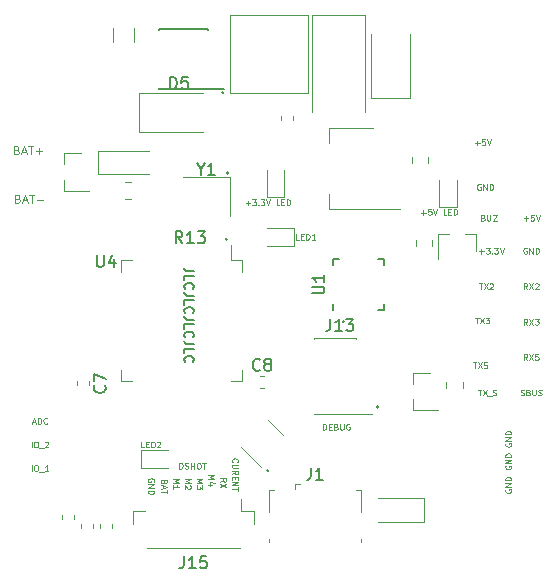
<source format=gbr>
%TF.GenerationSoftware,KiCad,Pcbnew,(5.1.6-0-10_14)*%
%TF.CreationDate,2020-11-09T20:44:41+11:00*%
%TF.ProjectId,spartan_mk1,73706172-7461-46e5-9f6d-6b312e6b6963,rev?*%
%TF.SameCoordinates,Original*%
%TF.FileFunction,Legend,Top*%
%TF.FilePolarity,Positive*%
%FSLAX46Y46*%
G04 Gerber Fmt 4.6, Leading zero omitted, Abs format (unit mm)*
G04 Created by KiCad (PCBNEW (5.1.6-0-10_14)) date 2020-11-09 20:44:41*
%MOMM*%
%LPD*%
G01*
G04 APERTURE LIST*
%ADD10C,0.150000*%
%ADD11C,0.125000*%
%ADD12C,0.120000*%
G04 APERTURE END LIST*
D10*
X68338095Y-74404761D02*
X67766666Y-74404761D01*
X67652380Y-74366666D01*
X67576190Y-74290476D01*
X67538095Y-74176190D01*
X67538095Y-74100000D01*
X67538095Y-75166666D02*
X67538095Y-74785714D01*
X68338095Y-74785714D01*
X67614285Y-75890476D02*
X67576190Y-75852380D01*
X67538095Y-75738095D01*
X67538095Y-75661904D01*
X67576190Y-75547619D01*
X67652380Y-75471428D01*
X67728571Y-75433333D01*
X67880952Y-75395238D01*
X67995238Y-75395238D01*
X68147619Y-75433333D01*
X68223809Y-75471428D01*
X68300000Y-75547619D01*
X68338095Y-75661904D01*
X68338095Y-75738095D01*
X68300000Y-75852380D01*
X68261904Y-75890476D01*
X68338095Y-76461904D02*
X67766666Y-76461904D01*
X67652380Y-76423809D01*
X67576190Y-76347619D01*
X67538095Y-76233333D01*
X67538095Y-76157142D01*
X67538095Y-77223809D02*
X67538095Y-76842857D01*
X68338095Y-76842857D01*
X67614285Y-77947619D02*
X67576190Y-77909523D01*
X67538095Y-77795238D01*
X67538095Y-77719047D01*
X67576190Y-77604761D01*
X67652380Y-77528571D01*
X67728571Y-77490476D01*
X67880952Y-77452380D01*
X67995238Y-77452380D01*
X68147619Y-77490476D01*
X68223809Y-77528571D01*
X68300000Y-77604761D01*
X68338095Y-77719047D01*
X68338095Y-77795238D01*
X68300000Y-77909523D01*
X68261904Y-77947619D01*
X68338095Y-78519047D02*
X67766666Y-78519047D01*
X67652380Y-78480952D01*
X67576190Y-78404761D01*
X67538095Y-78290476D01*
X67538095Y-78214285D01*
X67538095Y-79280952D02*
X67538095Y-78900000D01*
X68338095Y-78900000D01*
X67614285Y-80004761D02*
X67576190Y-79966666D01*
X67538095Y-79852380D01*
X67538095Y-79776190D01*
X67576190Y-79661904D01*
X67652380Y-79585714D01*
X67728571Y-79547619D01*
X67880952Y-79509523D01*
X67995238Y-79509523D01*
X68147619Y-79547619D01*
X68223809Y-79585714D01*
X68300000Y-79661904D01*
X68338095Y-79776190D01*
X68338095Y-79852380D01*
X68300000Y-79966666D01*
X68261904Y-80004761D01*
X68338095Y-80576190D02*
X67766666Y-80576190D01*
X67652380Y-80538095D01*
X67576190Y-80461904D01*
X67538095Y-80347619D01*
X67538095Y-80271428D01*
X67538095Y-81338095D02*
X67538095Y-80957142D01*
X68338095Y-80957142D01*
X67614285Y-82061904D02*
X67576190Y-82023809D01*
X67538095Y-81909523D01*
X67538095Y-81833333D01*
X67576190Y-81719047D01*
X67652380Y-81642857D01*
X67728571Y-81604761D01*
X67880952Y-81566666D01*
X67995238Y-81566666D01*
X68147619Y-81604761D01*
X68223809Y-81642857D01*
X68300000Y-81719047D01*
X68338095Y-81833333D01*
X68338095Y-81909523D01*
X68300000Y-82023809D01*
X68261904Y-82061904D01*
D11*
X64140476Y-89326190D02*
X63902380Y-89326190D01*
X63902380Y-88826190D01*
X64307142Y-89064285D02*
X64473809Y-89064285D01*
X64545238Y-89326190D02*
X64307142Y-89326190D01*
X64307142Y-88826190D01*
X64545238Y-88826190D01*
X64759523Y-89326190D02*
X64759523Y-88826190D01*
X64878571Y-88826190D01*
X64950000Y-88850000D01*
X64997619Y-88897619D01*
X65021428Y-88945238D01*
X65045238Y-89040476D01*
X65045238Y-89111904D01*
X65021428Y-89207142D01*
X64997619Y-89254761D01*
X64950000Y-89302380D01*
X64878571Y-89326190D01*
X64759523Y-89326190D01*
X65235714Y-88873809D02*
X65259523Y-88850000D01*
X65307142Y-88826190D01*
X65426190Y-88826190D01*
X65473809Y-88850000D01*
X65497619Y-88873809D01*
X65521428Y-88921428D01*
X65521428Y-88969047D01*
X65497619Y-89040476D01*
X65211904Y-89326190D01*
X65521428Y-89326190D01*
X77240476Y-71726190D02*
X77002380Y-71726190D01*
X77002380Y-71226190D01*
X77407142Y-71464285D02*
X77573809Y-71464285D01*
X77645238Y-71726190D02*
X77407142Y-71726190D01*
X77407142Y-71226190D01*
X77645238Y-71226190D01*
X77859523Y-71726190D02*
X77859523Y-71226190D01*
X77978571Y-71226190D01*
X78050000Y-71250000D01*
X78097619Y-71297619D01*
X78121428Y-71345238D01*
X78145238Y-71440476D01*
X78145238Y-71511904D01*
X78121428Y-71607142D01*
X78097619Y-71654761D01*
X78050000Y-71702380D01*
X77978571Y-71726190D01*
X77859523Y-71726190D01*
X78621428Y-71726190D02*
X78335714Y-71726190D01*
X78478571Y-71726190D02*
X78478571Y-71226190D01*
X78430952Y-71297619D01*
X78383333Y-71345238D01*
X78335714Y-71369047D01*
X72730952Y-68635714D02*
X73111904Y-68635714D01*
X72921428Y-68826190D02*
X72921428Y-68445238D01*
X73302380Y-68326190D02*
X73611904Y-68326190D01*
X73445238Y-68516666D01*
X73516666Y-68516666D01*
X73564285Y-68540476D01*
X73588095Y-68564285D01*
X73611904Y-68611904D01*
X73611904Y-68730952D01*
X73588095Y-68778571D01*
X73564285Y-68802380D01*
X73516666Y-68826190D01*
X73373809Y-68826190D01*
X73326190Y-68802380D01*
X73302380Y-68778571D01*
X73826190Y-68778571D02*
X73850000Y-68802380D01*
X73826190Y-68826190D01*
X73802380Y-68802380D01*
X73826190Y-68778571D01*
X73826190Y-68826190D01*
X74016666Y-68326190D02*
X74326190Y-68326190D01*
X74159523Y-68516666D01*
X74230952Y-68516666D01*
X74278571Y-68540476D01*
X74302380Y-68564285D01*
X74326190Y-68611904D01*
X74326190Y-68730952D01*
X74302380Y-68778571D01*
X74278571Y-68802380D01*
X74230952Y-68826190D01*
X74088095Y-68826190D01*
X74040476Y-68802380D01*
X74016666Y-68778571D01*
X74469047Y-68326190D02*
X74635714Y-68826190D01*
X74802380Y-68326190D01*
X75588095Y-68826190D02*
X75350000Y-68826190D01*
X75350000Y-68326190D01*
X75754761Y-68564285D02*
X75921428Y-68564285D01*
X75992857Y-68826190D02*
X75754761Y-68826190D01*
X75754761Y-68326190D01*
X75992857Y-68326190D01*
X76207142Y-68826190D02*
X76207142Y-68326190D01*
X76326190Y-68326190D01*
X76397619Y-68350000D01*
X76445238Y-68397619D01*
X76469047Y-68445238D01*
X76492857Y-68540476D01*
X76492857Y-68611904D01*
X76469047Y-68707142D01*
X76445238Y-68754761D01*
X76397619Y-68802380D01*
X76326190Y-68826190D01*
X76207142Y-68826190D01*
X87588095Y-69435714D02*
X87969047Y-69435714D01*
X87778571Y-69626190D02*
X87778571Y-69245238D01*
X88445238Y-69126190D02*
X88207142Y-69126190D01*
X88183333Y-69364285D01*
X88207142Y-69340476D01*
X88254761Y-69316666D01*
X88373809Y-69316666D01*
X88421428Y-69340476D01*
X88445238Y-69364285D01*
X88469047Y-69411904D01*
X88469047Y-69530952D01*
X88445238Y-69578571D01*
X88421428Y-69602380D01*
X88373809Y-69626190D01*
X88254761Y-69626190D01*
X88207142Y-69602380D01*
X88183333Y-69578571D01*
X88611904Y-69126190D02*
X88778571Y-69626190D01*
X88945238Y-69126190D01*
X89730952Y-69626190D02*
X89492857Y-69626190D01*
X89492857Y-69126190D01*
X89897619Y-69364285D02*
X90064285Y-69364285D01*
X90135714Y-69626190D02*
X89897619Y-69626190D01*
X89897619Y-69126190D01*
X90135714Y-69126190D01*
X90350000Y-69626190D02*
X90350000Y-69126190D01*
X90469047Y-69126190D01*
X90540476Y-69150000D01*
X90588095Y-69197619D01*
X90611904Y-69245238D01*
X90635714Y-69340476D01*
X90635714Y-69411904D01*
X90611904Y-69507142D01*
X90588095Y-69554761D01*
X90540476Y-69602380D01*
X90469047Y-69626190D01*
X90350000Y-69626190D01*
X54609523Y-91326190D02*
X54609523Y-90826190D01*
X54942857Y-90826190D02*
X55038095Y-90826190D01*
X55085714Y-90850000D01*
X55133333Y-90897619D01*
X55157142Y-90992857D01*
X55157142Y-91159523D01*
X55133333Y-91254761D01*
X55085714Y-91302380D01*
X55038095Y-91326190D01*
X54942857Y-91326190D01*
X54895238Y-91302380D01*
X54847619Y-91254761D01*
X54823809Y-91159523D01*
X54823809Y-90992857D01*
X54847619Y-90897619D01*
X54895238Y-90850000D01*
X54942857Y-90826190D01*
X55252380Y-91373809D02*
X55633333Y-91373809D01*
X56014285Y-91326190D02*
X55728571Y-91326190D01*
X55871428Y-91326190D02*
X55871428Y-90826190D01*
X55823809Y-90897619D01*
X55776190Y-90945238D01*
X55728571Y-90969047D01*
X54609523Y-89326190D02*
X54609523Y-88826190D01*
X54942857Y-88826190D02*
X55038095Y-88826190D01*
X55085714Y-88850000D01*
X55133333Y-88897619D01*
X55157142Y-88992857D01*
X55157142Y-89159523D01*
X55133333Y-89254761D01*
X55085714Y-89302380D01*
X55038095Y-89326190D01*
X54942857Y-89326190D01*
X54895238Y-89302380D01*
X54847619Y-89254761D01*
X54823809Y-89159523D01*
X54823809Y-88992857D01*
X54847619Y-88897619D01*
X54895238Y-88850000D01*
X54942857Y-88826190D01*
X55252380Y-89373809D02*
X55633333Y-89373809D01*
X55728571Y-88873809D02*
X55752380Y-88850000D01*
X55800000Y-88826190D01*
X55919047Y-88826190D01*
X55966666Y-88850000D01*
X55990476Y-88873809D01*
X56014285Y-88921428D01*
X56014285Y-88969047D01*
X55990476Y-89040476D01*
X55704761Y-89326190D01*
X56014285Y-89326190D01*
X54680952Y-87183333D02*
X54919047Y-87183333D01*
X54633333Y-87326190D02*
X54800000Y-86826190D01*
X54966666Y-87326190D01*
X55133333Y-87326190D02*
X55133333Y-86826190D01*
X55252380Y-86826190D01*
X55323809Y-86850000D01*
X55371428Y-86897619D01*
X55395238Y-86945238D01*
X55419047Y-87040476D01*
X55419047Y-87111904D01*
X55395238Y-87207142D01*
X55371428Y-87254761D01*
X55323809Y-87302380D01*
X55252380Y-87326190D01*
X55133333Y-87326190D01*
X55919047Y-87278571D02*
X55895238Y-87302380D01*
X55823809Y-87326190D01*
X55776190Y-87326190D01*
X55704761Y-87302380D01*
X55657142Y-87254761D01*
X55633333Y-87207142D01*
X55609523Y-87111904D01*
X55609523Y-87040476D01*
X55633333Y-86945238D01*
X55657142Y-86897619D01*
X55704761Y-86850000D01*
X55776190Y-86826190D01*
X55823809Y-86826190D01*
X55895238Y-86850000D01*
X55919047Y-86873809D01*
D12*
X84000000Y-85900000D02*
G75*
G03*
X84000000Y-85900000I-100000J0D01*
G01*
X74700000Y-91300000D02*
G75*
G03*
X74700000Y-91300000I-100000J0D01*
G01*
X70900000Y-59300000D02*
G75*
G03*
X70900000Y-59300000I-100000J0D01*
G01*
X71300000Y-66100000D02*
G75*
G03*
X71300000Y-66100000I-100000J0D01*
G01*
X71200000Y-71700000D02*
G75*
G03*
X71200000Y-71700000I-100000J0D01*
G01*
X81100000Y-78700000D02*
G75*
G03*
X81100000Y-78700000I-100000J0D01*
G01*
D11*
X64950000Y-92219047D02*
X64973809Y-92171428D01*
X64973809Y-92100000D01*
X64950000Y-92028571D01*
X64902380Y-91980952D01*
X64854761Y-91957142D01*
X64759523Y-91933333D01*
X64688095Y-91933333D01*
X64592857Y-91957142D01*
X64545238Y-91980952D01*
X64497619Y-92028571D01*
X64473809Y-92100000D01*
X64473809Y-92147619D01*
X64497619Y-92219047D01*
X64521428Y-92242857D01*
X64688095Y-92242857D01*
X64688095Y-92147619D01*
X64473809Y-92457142D02*
X64973809Y-92457142D01*
X64473809Y-92742857D01*
X64973809Y-92742857D01*
X64473809Y-92980952D02*
X64973809Y-92980952D01*
X64973809Y-93100000D01*
X64950000Y-93171428D01*
X64902380Y-93219047D01*
X64854761Y-93242857D01*
X64759523Y-93266666D01*
X64688095Y-93266666D01*
X64592857Y-93242857D01*
X64545238Y-93219047D01*
X64497619Y-93171428D01*
X64473809Y-93100000D01*
X64473809Y-92980952D01*
X65835714Y-92230952D02*
X65811904Y-92302380D01*
X65788095Y-92326190D01*
X65740476Y-92350000D01*
X65669047Y-92350000D01*
X65621428Y-92326190D01*
X65597619Y-92302380D01*
X65573809Y-92254761D01*
X65573809Y-92064285D01*
X66073809Y-92064285D01*
X66073809Y-92230952D01*
X66050000Y-92278571D01*
X66026190Y-92302380D01*
X65978571Y-92326190D01*
X65930952Y-92326190D01*
X65883333Y-92302380D01*
X65859523Y-92278571D01*
X65835714Y-92230952D01*
X65835714Y-92064285D01*
X65716666Y-92540476D02*
X65716666Y-92778571D01*
X65573809Y-92492857D02*
X66073809Y-92659523D01*
X65573809Y-92826190D01*
X66073809Y-92921428D02*
X66073809Y-93207142D01*
X65573809Y-93064285D02*
X66073809Y-93064285D01*
X66573809Y-91995238D02*
X67073809Y-91995238D01*
X66716666Y-92161904D01*
X67073809Y-92328571D01*
X66573809Y-92328571D01*
X66573809Y-92828571D02*
X66573809Y-92542857D01*
X66573809Y-92685714D02*
X67073809Y-92685714D01*
X67002380Y-92638095D01*
X66954761Y-92590476D01*
X66930952Y-92542857D01*
X67573809Y-91995238D02*
X68073809Y-91995238D01*
X67716666Y-92161904D01*
X68073809Y-92328571D01*
X67573809Y-92328571D01*
X68026190Y-92542857D02*
X68050000Y-92566666D01*
X68073809Y-92614285D01*
X68073809Y-92733333D01*
X68050000Y-92780952D01*
X68026190Y-92804761D01*
X67978571Y-92828571D01*
X67930952Y-92828571D01*
X67859523Y-92804761D01*
X67573809Y-92519047D01*
X67573809Y-92828571D01*
X68573809Y-91995238D02*
X69073809Y-91995238D01*
X68716666Y-92161904D01*
X69073809Y-92328571D01*
X68573809Y-92328571D01*
X69073809Y-92519047D02*
X69073809Y-92828571D01*
X68883333Y-92661904D01*
X68883333Y-92733333D01*
X68859523Y-92780952D01*
X68835714Y-92804761D01*
X68788095Y-92828571D01*
X68669047Y-92828571D01*
X68621428Y-92804761D01*
X68597619Y-92780952D01*
X68573809Y-92733333D01*
X68573809Y-92590476D01*
X68597619Y-92542857D01*
X68621428Y-92519047D01*
X69573809Y-91695238D02*
X70073809Y-91695238D01*
X69716666Y-91861904D01*
X70073809Y-92028571D01*
X69573809Y-92028571D01*
X69907142Y-92480952D02*
X69573809Y-92480952D01*
X70097619Y-92361904D02*
X69740476Y-92242857D01*
X69740476Y-92552380D01*
X70573809Y-92216666D02*
X70811904Y-92050000D01*
X70573809Y-91930952D02*
X71073809Y-91930952D01*
X71073809Y-92121428D01*
X71050000Y-92169047D01*
X71026190Y-92192857D01*
X70978571Y-92216666D01*
X70907142Y-92216666D01*
X70859523Y-92192857D01*
X70835714Y-92169047D01*
X70811904Y-92121428D01*
X70811904Y-91930952D01*
X71073809Y-92383333D02*
X70573809Y-92716666D01*
X71073809Y-92716666D02*
X70573809Y-92383333D01*
X71621428Y-90564285D02*
X71597619Y-90540476D01*
X71573809Y-90469047D01*
X71573809Y-90421428D01*
X71597619Y-90350000D01*
X71645238Y-90302380D01*
X71692857Y-90278571D01*
X71788095Y-90254761D01*
X71859523Y-90254761D01*
X71954761Y-90278571D01*
X72002380Y-90302380D01*
X72050000Y-90350000D01*
X72073809Y-90421428D01*
X72073809Y-90469047D01*
X72050000Y-90540476D01*
X72026190Y-90564285D01*
X72073809Y-90778571D02*
X71669047Y-90778571D01*
X71621428Y-90802380D01*
X71597619Y-90826190D01*
X71573809Y-90873809D01*
X71573809Y-90969047D01*
X71597619Y-91016666D01*
X71621428Y-91040476D01*
X71669047Y-91064285D01*
X72073809Y-91064285D01*
X71573809Y-91588095D02*
X71811904Y-91421428D01*
X71573809Y-91302380D02*
X72073809Y-91302380D01*
X72073809Y-91492857D01*
X72050000Y-91540476D01*
X72026190Y-91564285D01*
X71978571Y-91588095D01*
X71907142Y-91588095D01*
X71859523Y-91564285D01*
X71835714Y-91540476D01*
X71811904Y-91492857D01*
X71811904Y-91302380D01*
X71835714Y-91802380D02*
X71835714Y-91969047D01*
X71573809Y-92040476D02*
X71573809Y-91802380D01*
X72073809Y-91802380D01*
X72073809Y-92040476D01*
X71573809Y-92254761D02*
X72073809Y-92254761D01*
X71573809Y-92540476D01*
X72073809Y-92540476D01*
X72073809Y-92707142D02*
X72073809Y-92992857D01*
X71573809Y-92850000D02*
X72073809Y-92850000D01*
X67116666Y-91126190D02*
X67116666Y-90626190D01*
X67235714Y-90626190D01*
X67307142Y-90650000D01*
X67354761Y-90697619D01*
X67378571Y-90745238D01*
X67402380Y-90840476D01*
X67402380Y-90911904D01*
X67378571Y-91007142D01*
X67354761Y-91054761D01*
X67307142Y-91102380D01*
X67235714Y-91126190D01*
X67116666Y-91126190D01*
X67592857Y-91102380D02*
X67664285Y-91126190D01*
X67783333Y-91126190D01*
X67830952Y-91102380D01*
X67854761Y-91078571D01*
X67878571Y-91030952D01*
X67878571Y-90983333D01*
X67854761Y-90935714D01*
X67830952Y-90911904D01*
X67783333Y-90888095D01*
X67688095Y-90864285D01*
X67640476Y-90840476D01*
X67616666Y-90816666D01*
X67592857Y-90769047D01*
X67592857Y-90721428D01*
X67616666Y-90673809D01*
X67640476Y-90650000D01*
X67688095Y-90626190D01*
X67807142Y-90626190D01*
X67878571Y-90650000D01*
X68092857Y-91126190D02*
X68092857Y-90626190D01*
X68092857Y-90864285D02*
X68378571Y-90864285D01*
X68378571Y-91126190D02*
X68378571Y-90626190D01*
X68711904Y-90626190D02*
X68807142Y-90626190D01*
X68854761Y-90650000D01*
X68902380Y-90697619D01*
X68926190Y-90792857D01*
X68926190Y-90959523D01*
X68902380Y-91054761D01*
X68854761Y-91102380D01*
X68807142Y-91126190D01*
X68711904Y-91126190D01*
X68664285Y-91102380D01*
X68616666Y-91054761D01*
X68592857Y-90959523D01*
X68592857Y-90792857D01*
X68616666Y-90697619D01*
X68664285Y-90650000D01*
X68711904Y-90626190D01*
X69069047Y-90626190D02*
X69354761Y-90626190D01*
X69211904Y-91126190D02*
X69211904Y-90626190D01*
X79280952Y-87826190D02*
X79280952Y-87326190D01*
X79400000Y-87326190D01*
X79471428Y-87350000D01*
X79519047Y-87397619D01*
X79542857Y-87445238D01*
X79566666Y-87540476D01*
X79566666Y-87611904D01*
X79542857Y-87707142D01*
X79519047Y-87754761D01*
X79471428Y-87802380D01*
X79400000Y-87826190D01*
X79280952Y-87826190D01*
X79780952Y-87564285D02*
X79947619Y-87564285D01*
X80019047Y-87826190D02*
X79780952Y-87826190D01*
X79780952Y-87326190D01*
X80019047Y-87326190D01*
X80400000Y-87564285D02*
X80471428Y-87588095D01*
X80495238Y-87611904D01*
X80519047Y-87659523D01*
X80519047Y-87730952D01*
X80495238Y-87778571D01*
X80471428Y-87802380D01*
X80423809Y-87826190D01*
X80233333Y-87826190D01*
X80233333Y-87326190D01*
X80400000Y-87326190D01*
X80447619Y-87350000D01*
X80471428Y-87373809D01*
X80495238Y-87421428D01*
X80495238Y-87469047D01*
X80471428Y-87516666D01*
X80447619Y-87540476D01*
X80400000Y-87564285D01*
X80233333Y-87564285D01*
X80733333Y-87326190D02*
X80733333Y-87730952D01*
X80757142Y-87778571D01*
X80780952Y-87802380D01*
X80828571Y-87826190D01*
X80923809Y-87826190D01*
X80971428Y-87802380D01*
X80995238Y-87778571D01*
X81019047Y-87730952D01*
X81019047Y-87326190D01*
X81519047Y-87350000D02*
X81471428Y-87326190D01*
X81400000Y-87326190D01*
X81328571Y-87350000D01*
X81280952Y-87397619D01*
X81257142Y-87445238D01*
X81233333Y-87540476D01*
X81233333Y-87611904D01*
X81257142Y-87707142D01*
X81280952Y-87754761D01*
X81328571Y-87802380D01*
X81400000Y-87826190D01*
X81447619Y-87826190D01*
X81519047Y-87802380D01*
X81542857Y-87778571D01*
X81542857Y-87611904D01*
X81447619Y-87611904D01*
X53450000Y-68250000D02*
X53550000Y-68283333D01*
X53583333Y-68316666D01*
X53616666Y-68383333D01*
X53616666Y-68483333D01*
X53583333Y-68550000D01*
X53550000Y-68583333D01*
X53483333Y-68616666D01*
X53216666Y-68616666D01*
X53216666Y-67916666D01*
X53450000Y-67916666D01*
X53516666Y-67950000D01*
X53550000Y-67983333D01*
X53583333Y-68050000D01*
X53583333Y-68116666D01*
X53550000Y-68183333D01*
X53516666Y-68216666D01*
X53450000Y-68250000D01*
X53216666Y-68250000D01*
X53883333Y-68416666D02*
X54216666Y-68416666D01*
X53816666Y-68616666D02*
X54050000Y-67916666D01*
X54283333Y-68616666D01*
X54416666Y-67916666D02*
X54816666Y-67916666D01*
X54616666Y-68616666D02*
X54616666Y-67916666D01*
X55050000Y-68350000D02*
X55583333Y-68350000D01*
X53350000Y-64150000D02*
X53450000Y-64183333D01*
X53483333Y-64216666D01*
X53516666Y-64283333D01*
X53516666Y-64383333D01*
X53483333Y-64450000D01*
X53450000Y-64483333D01*
X53383333Y-64516666D01*
X53116666Y-64516666D01*
X53116666Y-63816666D01*
X53350000Y-63816666D01*
X53416666Y-63850000D01*
X53450000Y-63883333D01*
X53483333Y-63950000D01*
X53483333Y-64016666D01*
X53450000Y-64083333D01*
X53416666Y-64116666D01*
X53350000Y-64150000D01*
X53116666Y-64150000D01*
X53783333Y-64316666D02*
X54116666Y-64316666D01*
X53716666Y-64516666D02*
X53950000Y-63816666D01*
X54183333Y-64516666D01*
X54316666Y-63816666D02*
X54716666Y-63816666D01*
X54516666Y-64516666D02*
X54516666Y-63816666D01*
X54950000Y-64250000D02*
X55483333Y-64250000D01*
X55216666Y-64516666D02*
X55216666Y-63983333D01*
X94750000Y-88980952D02*
X94726190Y-89028571D01*
X94726190Y-89100000D01*
X94750000Y-89171428D01*
X94797619Y-89219047D01*
X94845238Y-89242857D01*
X94940476Y-89266666D01*
X95011904Y-89266666D01*
X95107142Y-89242857D01*
X95154761Y-89219047D01*
X95202380Y-89171428D01*
X95226190Y-89100000D01*
X95226190Y-89052380D01*
X95202380Y-88980952D01*
X95178571Y-88957142D01*
X95011904Y-88957142D01*
X95011904Y-89052380D01*
X95226190Y-88742857D02*
X94726190Y-88742857D01*
X95226190Y-88457142D01*
X94726190Y-88457142D01*
X95226190Y-88219047D02*
X94726190Y-88219047D01*
X94726190Y-88100000D01*
X94750000Y-88028571D01*
X94797619Y-87980952D01*
X94845238Y-87957142D01*
X94940476Y-87933333D01*
X95011904Y-87933333D01*
X95107142Y-87957142D01*
X95154761Y-87980952D01*
X95202380Y-88028571D01*
X95226190Y-88100000D01*
X95226190Y-88219047D01*
X94750000Y-92880952D02*
X94726190Y-92928571D01*
X94726190Y-93000000D01*
X94750000Y-93071428D01*
X94797619Y-93119047D01*
X94845238Y-93142857D01*
X94940476Y-93166666D01*
X95011904Y-93166666D01*
X95107142Y-93142857D01*
X95154761Y-93119047D01*
X95202380Y-93071428D01*
X95226190Y-93000000D01*
X95226190Y-92952380D01*
X95202380Y-92880952D01*
X95178571Y-92857142D01*
X95011904Y-92857142D01*
X95011904Y-92952380D01*
X95226190Y-92642857D02*
X94726190Y-92642857D01*
X95226190Y-92357142D01*
X94726190Y-92357142D01*
X95226190Y-92119047D02*
X94726190Y-92119047D01*
X94726190Y-92000000D01*
X94750000Y-91928571D01*
X94797619Y-91880952D01*
X94845238Y-91857142D01*
X94940476Y-91833333D01*
X95011904Y-91833333D01*
X95107142Y-91857142D01*
X95154761Y-91880952D01*
X95202380Y-91928571D01*
X95226190Y-92000000D01*
X95226190Y-92119047D01*
X94750000Y-90880952D02*
X94726190Y-90928571D01*
X94726190Y-91000000D01*
X94750000Y-91071428D01*
X94797619Y-91119047D01*
X94845238Y-91142857D01*
X94940476Y-91166666D01*
X95011904Y-91166666D01*
X95107142Y-91142857D01*
X95154761Y-91119047D01*
X95202380Y-91071428D01*
X95226190Y-91000000D01*
X95226190Y-90952380D01*
X95202380Y-90880952D01*
X95178571Y-90857142D01*
X95011904Y-90857142D01*
X95011904Y-90952380D01*
X95226190Y-90642857D02*
X94726190Y-90642857D01*
X95226190Y-90357142D01*
X94726190Y-90357142D01*
X95226190Y-90119047D02*
X94726190Y-90119047D01*
X94726190Y-90000000D01*
X94750000Y-89928571D01*
X94797619Y-89880952D01*
X94845238Y-89857142D01*
X94940476Y-89833333D01*
X95011904Y-89833333D01*
X95107142Y-89857142D01*
X95154761Y-89880952D01*
X95202380Y-89928571D01*
X95226190Y-90000000D01*
X95226190Y-90119047D01*
X92619047Y-67050000D02*
X92571428Y-67026190D01*
X92500000Y-67026190D01*
X92428571Y-67050000D01*
X92380952Y-67097619D01*
X92357142Y-67145238D01*
X92333333Y-67240476D01*
X92333333Y-67311904D01*
X92357142Y-67407142D01*
X92380952Y-67454761D01*
X92428571Y-67502380D01*
X92500000Y-67526190D01*
X92547619Y-67526190D01*
X92619047Y-67502380D01*
X92642857Y-67478571D01*
X92642857Y-67311904D01*
X92547619Y-67311904D01*
X92857142Y-67526190D02*
X92857142Y-67026190D01*
X93142857Y-67526190D01*
X93142857Y-67026190D01*
X93380952Y-67526190D02*
X93380952Y-67026190D01*
X93500000Y-67026190D01*
X93571428Y-67050000D01*
X93619047Y-67097619D01*
X93642857Y-67145238D01*
X93666666Y-67240476D01*
X93666666Y-67311904D01*
X93642857Y-67407142D01*
X93619047Y-67454761D01*
X93571428Y-67502380D01*
X93500000Y-67526190D01*
X93380952Y-67526190D01*
X92157142Y-63535714D02*
X92538095Y-63535714D01*
X92347619Y-63726190D02*
X92347619Y-63345238D01*
X93014285Y-63226190D02*
X92776190Y-63226190D01*
X92752380Y-63464285D01*
X92776190Y-63440476D01*
X92823809Y-63416666D01*
X92942857Y-63416666D01*
X92990476Y-63440476D01*
X93014285Y-63464285D01*
X93038095Y-63511904D01*
X93038095Y-63630952D01*
X93014285Y-63678571D01*
X92990476Y-63702380D01*
X92942857Y-63726190D01*
X92823809Y-63726190D01*
X92776190Y-63702380D01*
X92752380Y-63678571D01*
X93180952Y-63226190D02*
X93347619Y-63726190D01*
X93514285Y-63226190D01*
X96257142Y-69935714D02*
X96638095Y-69935714D01*
X96447619Y-70126190D02*
X96447619Y-69745238D01*
X97114285Y-69626190D02*
X96876190Y-69626190D01*
X96852380Y-69864285D01*
X96876190Y-69840476D01*
X96923809Y-69816666D01*
X97042857Y-69816666D01*
X97090476Y-69840476D01*
X97114285Y-69864285D01*
X97138095Y-69911904D01*
X97138095Y-70030952D01*
X97114285Y-70078571D01*
X97090476Y-70102380D01*
X97042857Y-70126190D01*
X96923809Y-70126190D01*
X96876190Y-70102380D01*
X96852380Y-70078571D01*
X97280952Y-69626190D02*
X97447619Y-70126190D01*
X97614285Y-69626190D01*
X92835714Y-69864285D02*
X92907142Y-69888095D01*
X92930952Y-69911904D01*
X92954761Y-69959523D01*
X92954761Y-70030952D01*
X92930952Y-70078571D01*
X92907142Y-70102380D01*
X92859523Y-70126190D01*
X92669047Y-70126190D01*
X92669047Y-69626190D01*
X92835714Y-69626190D01*
X92883333Y-69650000D01*
X92907142Y-69673809D01*
X92930952Y-69721428D01*
X92930952Y-69769047D01*
X92907142Y-69816666D01*
X92883333Y-69840476D01*
X92835714Y-69864285D01*
X92669047Y-69864285D01*
X93169047Y-69626190D02*
X93169047Y-70030952D01*
X93192857Y-70078571D01*
X93216666Y-70102380D01*
X93264285Y-70126190D01*
X93359523Y-70126190D01*
X93407142Y-70102380D01*
X93430952Y-70078571D01*
X93454761Y-70030952D01*
X93454761Y-69626190D01*
X93645238Y-69626190D02*
X93978571Y-69626190D01*
X93645238Y-70126190D01*
X93978571Y-70126190D01*
X92500000Y-72735714D02*
X92880952Y-72735714D01*
X92690476Y-72926190D02*
X92690476Y-72545238D01*
X93071428Y-72426190D02*
X93380952Y-72426190D01*
X93214285Y-72616666D01*
X93285714Y-72616666D01*
X93333333Y-72640476D01*
X93357142Y-72664285D01*
X93380952Y-72711904D01*
X93380952Y-72830952D01*
X93357142Y-72878571D01*
X93333333Y-72902380D01*
X93285714Y-72926190D01*
X93142857Y-72926190D01*
X93095238Y-72902380D01*
X93071428Y-72878571D01*
X93595238Y-72878571D02*
X93619047Y-72902380D01*
X93595238Y-72926190D01*
X93571428Y-72902380D01*
X93595238Y-72878571D01*
X93595238Y-72926190D01*
X93785714Y-72426190D02*
X94095238Y-72426190D01*
X93928571Y-72616666D01*
X94000000Y-72616666D01*
X94047619Y-72640476D01*
X94071428Y-72664285D01*
X94095238Y-72711904D01*
X94095238Y-72830952D01*
X94071428Y-72878571D01*
X94047619Y-72902380D01*
X94000000Y-72926190D01*
X93857142Y-72926190D01*
X93809523Y-72902380D01*
X93785714Y-72878571D01*
X94238095Y-72426190D02*
X94404761Y-72926190D01*
X94571428Y-72426190D01*
X96519047Y-72450000D02*
X96471428Y-72426190D01*
X96400000Y-72426190D01*
X96328571Y-72450000D01*
X96280952Y-72497619D01*
X96257142Y-72545238D01*
X96233333Y-72640476D01*
X96233333Y-72711904D01*
X96257142Y-72807142D01*
X96280952Y-72854761D01*
X96328571Y-72902380D01*
X96400000Y-72926190D01*
X96447619Y-72926190D01*
X96519047Y-72902380D01*
X96542857Y-72878571D01*
X96542857Y-72711904D01*
X96447619Y-72711904D01*
X96757142Y-72926190D02*
X96757142Y-72426190D01*
X97042857Y-72926190D01*
X97042857Y-72426190D01*
X97280952Y-72926190D02*
X97280952Y-72426190D01*
X97400000Y-72426190D01*
X97471428Y-72450000D01*
X97519047Y-72497619D01*
X97542857Y-72545238D01*
X97566666Y-72640476D01*
X97566666Y-72711904D01*
X97542857Y-72807142D01*
X97519047Y-72854761D01*
X97471428Y-72902380D01*
X97400000Y-72926190D01*
X97280952Y-72926190D01*
X91980952Y-82126190D02*
X92266666Y-82126190D01*
X92123809Y-82626190D02*
X92123809Y-82126190D01*
X92385714Y-82126190D02*
X92719047Y-82626190D01*
X92719047Y-82126190D02*
X92385714Y-82626190D01*
X93147619Y-82126190D02*
X92909523Y-82126190D01*
X92885714Y-82364285D01*
X92909523Y-82340476D01*
X92957142Y-82316666D01*
X93076190Y-82316666D01*
X93123809Y-82340476D01*
X93147619Y-82364285D01*
X93171428Y-82411904D01*
X93171428Y-82530952D01*
X93147619Y-82578571D01*
X93123809Y-82602380D01*
X93076190Y-82626190D01*
X92957142Y-82626190D01*
X92909523Y-82602380D01*
X92885714Y-82578571D01*
X92390476Y-84426190D02*
X92676190Y-84426190D01*
X92533333Y-84926190D02*
X92533333Y-84426190D01*
X92795238Y-84426190D02*
X93128571Y-84926190D01*
X93128571Y-84426190D02*
X92795238Y-84926190D01*
X93200000Y-84973809D02*
X93580952Y-84973809D01*
X93676190Y-84902380D02*
X93747619Y-84926190D01*
X93866666Y-84926190D01*
X93914285Y-84902380D01*
X93938095Y-84878571D01*
X93961904Y-84830952D01*
X93961904Y-84783333D01*
X93938095Y-84735714D01*
X93914285Y-84711904D01*
X93866666Y-84688095D01*
X93771428Y-84664285D01*
X93723809Y-84640476D01*
X93700000Y-84616666D01*
X93676190Y-84569047D01*
X93676190Y-84521428D01*
X93700000Y-84473809D01*
X93723809Y-84450000D01*
X93771428Y-84426190D01*
X93890476Y-84426190D01*
X93961904Y-84450000D01*
X96007142Y-84902380D02*
X96078571Y-84926190D01*
X96197619Y-84926190D01*
X96245238Y-84902380D01*
X96269047Y-84878571D01*
X96292857Y-84830952D01*
X96292857Y-84783333D01*
X96269047Y-84735714D01*
X96245238Y-84711904D01*
X96197619Y-84688095D01*
X96102380Y-84664285D01*
X96054761Y-84640476D01*
X96030952Y-84616666D01*
X96007142Y-84569047D01*
X96007142Y-84521428D01*
X96030952Y-84473809D01*
X96054761Y-84450000D01*
X96102380Y-84426190D01*
X96221428Y-84426190D01*
X96292857Y-84450000D01*
X96673809Y-84664285D02*
X96745238Y-84688095D01*
X96769047Y-84711904D01*
X96792857Y-84759523D01*
X96792857Y-84830952D01*
X96769047Y-84878571D01*
X96745238Y-84902380D01*
X96697619Y-84926190D01*
X96507142Y-84926190D01*
X96507142Y-84426190D01*
X96673809Y-84426190D01*
X96721428Y-84450000D01*
X96745238Y-84473809D01*
X96769047Y-84521428D01*
X96769047Y-84569047D01*
X96745238Y-84616666D01*
X96721428Y-84640476D01*
X96673809Y-84664285D01*
X96507142Y-84664285D01*
X97007142Y-84426190D02*
X97007142Y-84830952D01*
X97030952Y-84878571D01*
X97054761Y-84902380D01*
X97102380Y-84926190D01*
X97197619Y-84926190D01*
X97245238Y-84902380D01*
X97269047Y-84878571D01*
X97292857Y-84830952D01*
X97292857Y-84426190D01*
X97507142Y-84902380D02*
X97578571Y-84926190D01*
X97697619Y-84926190D01*
X97745238Y-84902380D01*
X97769047Y-84878571D01*
X97792857Y-84830952D01*
X97792857Y-84783333D01*
X97769047Y-84735714D01*
X97745238Y-84711904D01*
X97697619Y-84688095D01*
X97602380Y-84664285D01*
X97554761Y-84640476D01*
X97530952Y-84616666D01*
X97507142Y-84569047D01*
X97507142Y-84521428D01*
X97530952Y-84473809D01*
X97554761Y-84450000D01*
X97602380Y-84426190D01*
X97721428Y-84426190D01*
X97792857Y-84450000D01*
X96578571Y-81926190D02*
X96411904Y-81688095D01*
X96292857Y-81926190D02*
X96292857Y-81426190D01*
X96483333Y-81426190D01*
X96530952Y-81450000D01*
X96554761Y-81473809D01*
X96578571Y-81521428D01*
X96578571Y-81592857D01*
X96554761Y-81640476D01*
X96530952Y-81664285D01*
X96483333Y-81688095D01*
X96292857Y-81688095D01*
X96745238Y-81426190D02*
X97078571Y-81926190D01*
X97078571Y-81426190D02*
X96745238Y-81926190D01*
X97507142Y-81426190D02*
X97269047Y-81426190D01*
X97245238Y-81664285D01*
X97269047Y-81640476D01*
X97316666Y-81616666D01*
X97435714Y-81616666D01*
X97483333Y-81640476D01*
X97507142Y-81664285D01*
X97530952Y-81711904D01*
X97530952Y-81830952D01*
X97507142Y-81878571D01*
X97483333Y-81902380D01*
X97435714Y-81926190D01*
X97316666Y-81926190D01*
X97269047Y-81902380D01*
X97245238Y-81878571D01*
X96578571Y-78926190D02*
X96411904Y-78688095D01*
X96292857Y-78926190D02*
X96292857Y-78426190D01*
X96483333Y-78426190D01*
X96530952Y-78450000D01*
X96554761Y-78473809D01*
X96578571Y-78521428D01*
X96578571Y-78592857D01*
X96554761Y-78640476D01*
X96530952Y-78664285D01*
X96483333Y-78688095D01*
X96292857Y-78688095D01*
X96745238Y-78426190D02*
X97078571Y-78926190D01*
X97078571Y-78426190D02*
X96745238Y-78926190D01*
X97221428Y-78426190D02*
X97530952Y-78426190D01*
X97364285Y-78616666D01*
X97435714Y-78616666D01*
X97483333Y-78640476D01*
X97507142Y-78664285D01*
X97530952Y-78711904D01*
X97530952Y-78830952D01*
X97507142Y-78878571D01*
X97483333Y-78902380D01*
X97435714Y-78926190D01*
X97292857Y-78926190D01*
X97245238Y-78902380D01*
X97221428Y-78878571D01*
X96578571Y-75926190D02*
X96411904Y-75688095D01*
X96292857Y-75926190D02*
X96292857Y-75426190D01*
X96483333Y-75426190D01*
X96530952Y-75450000D01*
X96554761Y-75473809D01*
X96578571Y-75521428D01*
X96578571Y-75592857D01*
X96554761Y-75640476D01*
X96530952Y-75664285D01*
X96483333Y-75688095D01*
X96292857Y-75688095D01*
X96745238Y-75426190D02*
X97078571Y-75926190D01*
X97078571Y-75426190D02*
X96745238Y-75926190D01*
X97245238Y-75473809D02*
X97269047Y-75450000D01*
X97316666Y-75426190D01*
X97435714Y-75426190D01*
X97483333Y-75450000D01*
X97507142Y-75473809D01*
X97530952Y-75521428D01*
X97530952Y-75569047D01*
X97507142Y-75640476D01*
X97221428Y-75926190D01*
X97530952Y-75926190D01*
X92180952Y-78326190D02*
X92466666Y-78326190D01*
X92323809Y-78826190D02*
X92323809Y-78326190D01*
X92585714Y-78326190D02*
X92919047Y-78826190D01*
X92919047Y-78326190D02*
X92585714Y-78826190D01*
X93061904Y-78326190D02*
X93371428Y-78326190D01*
X93204761Y-78516666D01*
X93276190Y-78516666D01*
X93323809Y-78540476D01*
X93347619Y-78564285D01*
X93371428Y-78611904D01*
X93371428Y-78730952D01*
X93347619Y-78778571D01*
X93323809Y-78802380D01*
X93276190Y-78826190D01*
X93133333Y-78826190D01*
X93085714Y-78802380D01*
X93061904Y-78778571D01*
X92480952Y-75426190D02*
X92766666Y-75426190D01*
X92623809Y-75926190D02*
X92623809Y-75426190D01*
X92885714Y-75426190D02*
X93219047Y-75926190D01*
X93219047Y-75426190D02*
X92885714Y-75926190D01*
X93385714Y-75473809D02*
X93409523Y-75450000D01*
X93457142Y-75426190D01*
X93576190Y-75426190D01*
X93623809Y-75450000D01*
X93647619Y-75473809D01*
X93671428Y-75521428D01*
X93671428Y-75569047D01*
X93647619Y-75640476D01*
X93361904Y-75926190D01*
X93671428Y-75926190D01*
D12*
%TO.C,J1*%
X76900000Y-92387500D02*
X76900000Y-92837500D01*
X76900000Y-92387500D02*
X77350000Y-92387500D01*
X82500000Y-92937500D02*
X82050000Y-92937500D01*
X82500000Y-94787500D02*
X82500000Y-92937500D01*
X74700000Y-97337500D02*
X74700000Y-97087500D01*
X82500000Y-97337500D02*
X82500000Y-97087500D01*
X74700000Y-94787500D02*
X74700000Y-92937500D01*
X74700000Y-92937500D02*
X75150000Y-92937500D01*
%TO.C,J15*%
X73410000Y-95840000D02*
X73410000Y-94690000D01*
X73410000Y-94690000D02*
X72360000Y-94690000D01*
X72360000Y-94690000D02*
X72360000Y-93700000D01*
X63190000Y-95840000D02*
X63190000Y-94690000D01*
X63190000Y-94690000D02*
X64240000Y-94690000D01*
X72240000Y-97810000D02*
X64360000Y-97810000D01*
%TO.C,J13*%
X82065000Y-86535000D02*
X78535000Y-86535000D01*
X82065000Y-80065000D02*
X78535000Y-80065000D01*
X83390000Y-86470000D02*
X82065000Y-86470000D01*
X82065000Y-86535000D02*
X82065000Y-86470000D01*
X78535000Y-86535000D02*
X78535000Y-86470000D01*
X82065000Y-80130000D02*
X82065000Y-80065000D01*
X78535000Y-80130000D02*
X78535000Y-80065000D01*
%TO.C,C24*%
X82860000Y-60950000D02*
X82860000Y-52715000D01*
X82860000Y-52715000D02*
X78340000Y-52715000D01*
X78340000Y-52715000D02*
X78340000Y-60950000D01*
%TO.C,D3*%
X87850000Y-95600000D02*
X87850000Y-93600000D01*
X87850000Y-93600000D02*
X83950000Y-93600000D01*
X87850000Y-95600000D02*
X83950000Y-95600000D01*
%TO.C,C18*%
X60390000Y-96162779D02*
X60390000Y-95837221D01*
X61410000Y-96162779D02*
X61410000Y-95837221D01*
%TO.C,C19*%
X88210000Y-64741422D02*
X88210000Y-65258578D01*
X86790000Y-64741422D02*
X86790000Y-65258578D01*
%TO.C,C20*%
X63310000Y-55002064D02*
X63310000Y-53797936D01*
X61490000Y-55002064D02*
X61490000Y-53797936D01*
%TO.C,C22*%
X76710000Y-61575279D02*
X76710000Y-61249721D01*
X75690000Y-61575279D02*
X75690000Y-61249721D01*
%TO.C,D1*%
X90585000Y-68935000D02*
X90585000Y-66650000D01*
X89115000Y-68935000D02*
X90585000Y-68935000D01*
X89115000Y-66650000D02*
X89115000Y-68935000D01*
%TO.C,D2*%
X74515000Y-65850000D02*
X74515000Y-68135000D01*
X74515000Y-68135000D02*
X75985000Y-68135000D01*
X75985000Y-68135000D02*
X75985000Y-65850000D01*
%TO.C,D4*%
X60250000Y-66200000D02*
X64550000Y-66200000D01*
X60250000Y-64200000D02*
X60250000Y-66200000D01*
X64550000Y-64200000D02*
X60250000Y-64200000D01*
%TO.C,D5*%
X63680000Y-59358000D02*
X69080000Y-59358000D01*
X63680000Y-62658000D02*
X69080000Y-62658000D01*
X63680000Y-59358000D02*
X63680000Y-62658000D01*
%TO.C,D6*%
X83350000Y-59700000D02*
X83350000Y-54300000D01*
X86650000Y-59700000D02*
X86650000Y-54300000D01*
X83350000Y-59700000D02*
X86650000Y-59700000D01*
%TO.C,L2*%
X71398000Y-52698000D02*
X78002000Y-52698000D01*
X78002000Y-52698000D02*
X78002000Y-59302000D01*
X78002000Y-59302000D02*
X71398000Y-59302000D01*
X71398000Y-59302000D02*
X71398000Y-52698000D01*
%TO.C,Q1*%
X92197000Y-71240500D02*
X92197000Y-72700500D01*
X89037000Y-71240500D02*
X89037000Y-73400500D01*
X89037000Y-71240500D02*
X89967000Y-71240500D01*
X92197000Y-71240500D02*
X91267000Y-71240500D01*
%TO.C,Q2*%
X86870000Y-83002000D02*
X88330000Y-83002000D01*
X86870000Y-86162000D02*
X89030000Y-86162000D01*
X86870000Y-86162000D02*
X86870000Y-85232000D01*
X86870000Y-83002000D02*
X86870000Y-83932000D01*
%TO.C,Q3*%
X57340000Y-64420000D02*
X57340000Y-65350000D01*
X57340000Y-67580000D02*
X57340000Y-66650000D01*
X57340000Y-67580000D02*
X59500000Y-67580000D01*
X57340000Y-64420000D02*
X58800000Y-64420000D01*
%TO.C,R6*%
X88533000Y-72259078D02*
X88533000Y-71741922D01*
X87113000Y-72259078D02*
X87113000Y-71741922D01*
%TO.C,R10*%
X89714000Y-84269078D02*
X89714000Y-83751922D01*
X91134000Y-84269078D02*
X91134000Y-83751922D01*
%TO.C,R22*%
X58790000Y-95837221D02*
X58790000Y-96162779D01*
X59810000Y-95837221D02*
X59810000Y-96162779D01*
%TO.C,R23*%
X57190000Y-95362779D02*
X57190000Y-95037221D01*
X58210000Y-95362779D02*
X58210000Y-95037221D01*
%TO.C,R26*%
X62541422Y-68260000D02*
X63058578Y-68260000D01*
X62541422Y-66840000D02*
X63058578Y-66840000D01*
D10*
%TO.C,U1*%
X80144000Y-73372000D02*
X80144000Y-73897000D01*
X84444000Y-73372000D02*
X84444000Y-73897000D01*
X84444000Y-77672000D02*
X84444000Y-77147000D01*
X80144000Y-77672000D02*
X80144000Y-77147000D01*
X84444000Y-73372000D02*
X83919000Y-73372000D01*
X84444000Y-77672000D02*
X83919000Y-77672000D01*
X80144000Y-73372000D02*
X80669000Y-73372000D01*
D12*
%TO.C,U3*%
X72325162Y-89252046D02*
X74057574Y-90984457D01*
X75874838Y-88247954D02*
X74602046Y-86975162D01*
%TO.C,U4*%
X71460000Y-73490000D02*
X71460000Y-72150000D01*
X72410000Y-73490000D02*
X71460000Y-73490000D01*
X72410000Y-74440000D02*
X72410000Y-73490000D01*
X72410000Y-83710000D02*
X71460000Y-83710000D01*
X72410000Y-82760000D02*
X72410000Y-83710000D01*
X62190000Y-73490000D02*
X63140000Y-73490000D01*
X62190000Y-74440000D02*
X62190000Y-73490000D01*
X62190000Y-83710000D02*
X63140000Y-83710000D01*
X62190000Y-82760000D02*
X62190000Y-83710000D01*
D10*
%TO.C,U6*%
X69536000Y-58961000D02*
X70936000Y-58961000D01*
X69536000Y-53861000D02*
X65386000Y-53861000D01*
X69536000Y-59011000D02*
X65386000Y-59011000D01*
X69536000Y-53861000D02*
X69536000Y-54006000D01*
X65386000Y-53861000D02*
X65386000Y-54006000D01*
X65386000Y-59011000D02*
X65386000Y-58866000D01*
X69536000Y-59011000D02*
X69536000Y-58961000D01*
D12*
%TO.C,Y1*%
X71400000Y-66450000D02*
X67400000Y-66450000D01*
X71400000Y-69750000D02*
X71400000Y-66450000D01*
%TO.C,U5*%
X79790000Y-62290000D02*
X79790000Y-63550000D01*
X79790000Y-69110000D02*
X79790000Y-67850000D01*
X83550000Y-62290000D02*
X79790000Y-62290000D01*
X85800000Y-69110000D02*
X79790000Y-69110000D01*
%TO.C,D7*%
X76797500Y-70765000D02*
X74512500Y-70765000D01*
X76797500Y-72235000D02*
X76797500Y-70765000D01*
X74512500Y-72235000D02*
X76797500Y-72235000D01*
%TO.C,D8*%
X63860001Y-91030001D02*
X66145001Y-91030001D01*
X63860001Y-89560001D02*
X63860001Y-91030001D01*
X66145001Y-89560001D02*
X63860001Y-89560001D01*
%TO.C,C7*%
X58490000Y-83737221D02*
X58490000Y-84062779D01*
X59510000Y-83737221D02*
X59510000Y-84062779D01*
%TO.C,C8*%
X73937221Y-83290000D02*
X74262779Y-83290000D01*
X73937221Y-84310000D02*
X74262779Y-84310000D01*
%TO.C,J1*%
D10*
X78266666Y-91039880D02*
X78266666Y-91754166D01*
X78219047Y-91897023D01*
X78123809Y-91992261D01*
X77980952Y-92039880D01*
X77885714Y-92039880D01*
X79266666Y-92039880D02*
X78695238Y-92039880D01*
X78980952Y-92039880D02*
X78980952Y-91039880D01*
X78885714Y-91182738D01*
X78790476Y-91277976D01*
X78695238Y-91325595D01*
%TO.C,J15*%
X67490476Y-98552380D02*
X67490476Y-99266666D01*
X67442857Y-99409523D01*
X67347619Y-99504761D01*
X67204761Y-99552380D01*
X67109523Y-99552380D01*
X68490476Y-99552380D02*
X67919047Y-99552380D01*
X68204761Y-99552380D02*
X68204761Y-98552380D01*
X68109523Y-98695238D01*
X68014285Y-98790476D01*
X67919047Y-98838095D01*
X69395238Y-98552380D02*
X68919047Y-98552380D01*
X68871428Y-99028571D01*
X68919047Y-98980952D01*
X69014285Y-98933333D01*
X69252380Y-98933333D01*
X69347619Y-98980952D01*
X69395238Y-99028571D01*
X69442857Y-99123809D01*
X69442857Y-99361904D01*
X69395238Y-99457142D01*
X69347619Y-99504761D01*
X69252380Y-99552380D01*
X69014285Y-99552380D01*
X68919047Y-99504761D01*
X68871428Y-99457142D01*
%TO.C,J13*%
X79890476Y-78452380D02*
X79890476Y-79166666D01*
X79842857Y-79309523D01*
X79747619Y-79404761D01*
X79604761Y-79452380D01*
X79509523Y-79452380D01*
X80890476Y-79452380D02*
X80319047Y-79452380D01*
X80604761Y-79452380D02*
X80604761Y-78452380D01*
X80509523Y-78595238D01*
X80414285Y-78690476D01*
X80319047Y-78738095D01*
X81223809Y-78452380D02*
X81842857Y-78452380D01*
X81509523Y-78833333D01*
X81652380Y-78833333D01*
X81747619Y-78880952D01*
X81795238Y-78928571D01*
X81842857Y-79023809D01*
X81842857Y-79261904D01*
X81795238Y-79357142D01*
X81747619Y-79404761D01*
X81652380Y-79452380D01*
X81366666Y-79452380D01*
X81271428Y-79404761D01*
X81223809Y-79357142D01*
%TO.C,D5*%
X66341904Y-58960380D02*
X66341904Y-57960380D01*
X66580000Y-57960380D01*
X66722857Y-58008000D01*
X66818095Y-58103238D01*
X66865714Y-58198476D01*
X66913333Y-58388952D01*
X66913333Y-58531809D01*
X66865714Y-58722285D01*
X66818095Y-58817523D01*
X66722857Y-58912761D01*
X66580000Y-58960380D01*
X66341904Y-58960380D01*
X67818095Y-57960380D02*
X67341904Y-57960380D01*
X67294285Y-58436571D01*
X67341904Y-58388952D01*
X67437142Y-58341333D01*
X67675238Y-58341333D01*
X67770476Y-58388952D01*
X67818095Y-58436571D01*
X67865714Y-58531809D01*
X67865714Y-58769904D01*
X67818095Y-58865142D01*
X67770476Y-58912761D01*
X67675238Y-58960380D01*
X67437142Y-58960380D01*
X67341904Y-58912761D01*
X67294285Y-58865142D01*
%TO.C,U1*%
X78371380Y-76283904D02*
X79180904Y-76283904D01*
X79276142Y-76236285D01*
X79323761Y-76188666D01*
X79371380Y-76093428D01*
X79371380Y-75902952D01*
X79323761Y-75807714D01*
X79276142Y-75760095D01*
X79180904Y-75712476D01*
X78371380Y-75712476D01*
X79371380Y-74712476D02*
X79371380Y-75283904D01*
X79371380Y-74998190D02*
X78371380Y-74998190D01*
X78514238Y-75093428D01*
X78609476Y-75188666D01*
X78657095Y-75283904D01*
%TO.C,U4*%
X60138095Y-73052380D02*
X60138095Y-73861904D01*
X60185714Y-73957142D01*
X60233333Y-74004761D01*
X60328571Y-74052380D01*
X60519047Y-74052380D01*
X60614285Y-74004761D01*
X60661904Y-73957142D01*
X60709523Y-73861904D01*
X60709523Y-73052380D01*
X61614285Y-73385714D02*
X61614285Y-74052380D01*
X61376190Y-73004761D02*
X61138095Y-73719047D01*
X61757142Y-73719047D01*
%TO.C,Y1*%
X68923809Y-65776190D02*
X68923809Y-66252380D01*
X68590476Y-65252380D02*
X68923809Y-65776190D01*
X69257142Y-65252380D01*
X70114285Y-66252380D02*
X69542857Y-66252380D01*
X69828571Y-66252380D02*
X69828571Y-65252380D01*
X69733333Y-65395238D01*
X69638095Y-65490476D01*
X69542857Y-65538095D01*
%TO.C,C7*%
X60787142Y-84066666D02*
X60834761Y-84114285D01*
X60882380Y-84257142D01*
X60882380Y-84352380D01*
X60834761Y-84495238D01*
X60739523Y-84590476D01*
X60644285Y-84638095D01*
X60453809Y-84685714D01*
X60310952Y-84685714D01*
X60120476Y-84638095D01*
X60025238Y-84590476D01*
X59930000Y-84495238D01*
X59882380Y-84352380D01*
X59882380Y-84257142D01*
X59930000Y-84114285D01*
X59977619Y-84066666D01*
X59882380Y-83733333D02*
X59882380Y-83066666D01*
X60882380Y-83495238D01*
%TO.C,C8*%
X73933333Y-82727142D02*
X73885714Y-82774761D01*
X73742857Y-82822380D01*
X73647619Y-82822380D01*
X73504761Y-82774761D01*
X73409523Y-82679523D01*
X73361904Y-82584285D01*
X73314285Y-82393809D01*
X73314285Y-82250952D01*
X73361904Y-82060476D01*
X73409523Y-81965238D01*
X73504761Y-81870000D01*
X73647619Y-81822380D01*
X73742857Y-81822380D01*
X73885714Y-81870000D01*
X73933333Y-81917619D01*
X74504761Y-82250952D02*
X74409523Y-82203333D01*
X74361904Y-82155714D01*
X74314285Y-82060476D01*
X74314285Y-82012857D01*
X74361904Y-81917619D01*
X74409523Y-81870000D01*
X74504761Y-81822380D01*
X74695238Y-81822380D01*
X74790476Y-81870000D01*
X74838095Y-81917619D01*
X74885714Y-82012857D01*
X74885714Y-82060476D01*
X74838095Y-82155714D01*
X74790476Y-82203333D01*
X74695238Y-82250952D01*
X74504761Y-82250952D01*
X74409523Y-82298571D01*
X74361904Y-82346190D01*
X74314285Y-82441428D01*
X74314285Y-82631904D01*
X74361904Y-82727142D01*
X74409523Y-82774761D01*
X74504761Y-82822380D01*
X74695238Y-82822380D01*
X74790476Y-82774761D01*
X74838095Y-82727142D01*
X74885714Y-82631904D01*
X74885714Y-82441428D01*
X74838095Y-82346190D01*
X74790476Y-82298571D01*
X74695238Y-82250952D01*
%TO.C,R13*%
X67372142Y-72022380D02*
X67038809Y-71546190D01*
X66800714Y-72022380D02*
X66800714Y-71022380D01*
X67181666Y-71022380D01*
X67276904Y-71070000D01*
X67324523Y-71117619D01*
X67372142Y-71212857D01*
X67372142Y-71355714D01*
X67324523Y-71450952D01*
X67276904Y-71498571D01*
X67181666Y-71546190D01*
X66800714Y-71546190D01*
X68324523Y-72022380D02*
X67753095Y-72022380D01*
X68038809Y-72022380D02*
X68038809Y-71022380D01*
X67943571Y-71165238D01*
X67848333Y-71260476D01*
X67753095Y-71308095D01*
X68657857Y-71022380D02*
X69276904Y-71022380D01*
X68943571Y-71403333D01*
X69086428Y-71403333D01*
X69181666Y-71450952D01*
X69229285Y-71498571D01*
X69276904Y-71593809D01*
X69276904Y-71831904D01*
X69229285Y-71927142D01*
X69181666Y-71974761D01*
X69086428Y-72022380D01*
X68800714Y-72022380D01*
X68705476Y-71974761D01*
X68657857Y-71927142D01*
%TD*%
M02*

</source>
